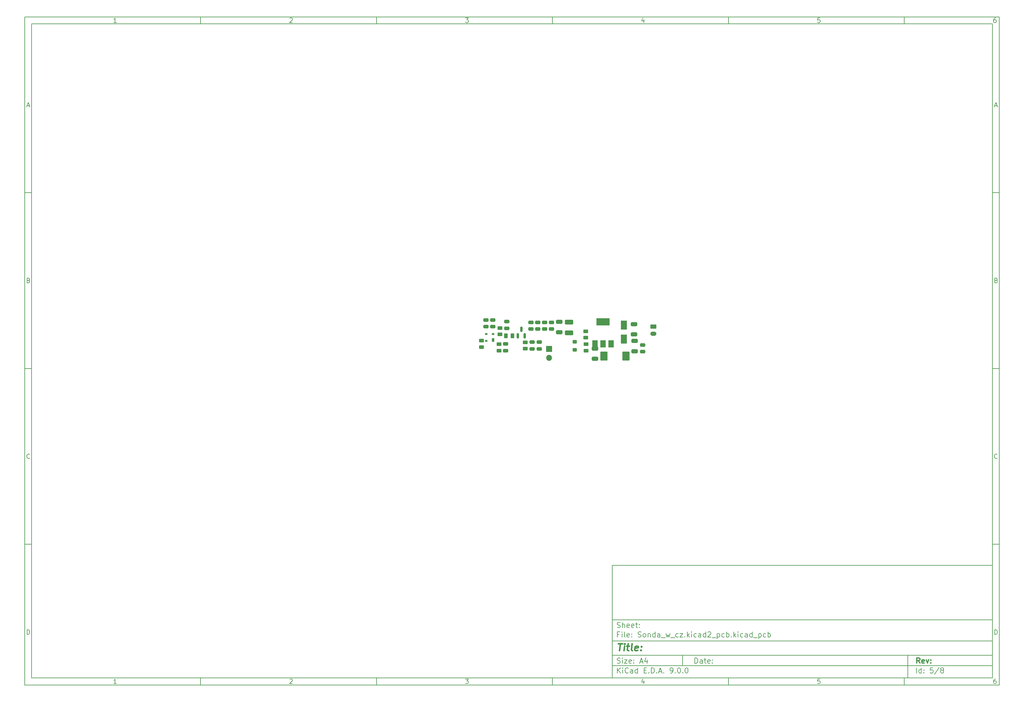
<source format=gts>
%TF.GenerationSoftware,KiCad,Pcbnew,9.0.0*%
%TF.CreationDate,2025-03-20T15:23:59+01:00*%
%TF.ProjectId,Sonda_w_cz.kicad2_pcb,536f6e64-615f-4775-9f63-7a2e6b696361,rev?*%
%TF.SameCoordinates,Original*%
%TF.FileFunction,Soldermask,Top*%
%TF.FilePolarity,Negative*%
%FSLAX46Y46*%
G04 Gerber Fmt 4.6, Leading zero omitted, Abs format (unit mm)*
G04 Created by KiCad (PCBNEW 9.0.0) date 2025-03-20 15:23:59*
%MOMM*%
%LPD*%
G01*
G04 APERTURE LIST*
G04 Aperture macros list*
%AMRoundRect*
0 Rectangle with rounded corners*
0 $1 Rounding radius*
0 $2 $3 $4 $5 $6 $7 $8 $9 X,Y pos of 4 corners*
0 Add a 4 corners polygon primitive as box body*
4,1,4,$2,$3,$4,$5,$6,$7,$8,$9,$2,$3,0*
0 Add four circle primitives for the rounded corners*
1,1,$1+$1,$2,$3*
1,1,$1+$1,$4,$5*
1,1,$1+$1,$6,$7*
1,1,$1+$1,$8,$9*
0 Add four rect primitives between the rounded corners*
20,1,$1+$1,$2,$3,$4,$5,0*
20,1,$1+$1,$4,$5,$6,$7,0*
20,1,$1+$1,$6,$7,$8,$9,0*
20,1,$1+$1,$8,$9,$2,$3,0*%
G04 Aperture macros list end*
%ADD10C,0.100000*%
%ADD11C,0.150000*%
%ADD12C,0.300000*%
%ADD13C,0.400000*%
%ADD14RoundRect,0.250000X0.350000X-0.275000X0.350000X0.275000X-0.350000X0.275000X-0.350000X-0.275000X0*%
%ADD15RoundRect,0.250000X-0.650000X0.325000X-0.650000X-0.325000X0.650000X-0.325000X0.650000X0.325000X0*%
%ADD16RoundRect,0.250000X0.262500X0.450000X-0.262500X0.450000X-0.262500X-0.450000X0.262500X-0.450000X0*%
%ADD17RoundRect,0.250000X0.475000X-0.250000X0.475000X0.250000X-0.475000X0.250000X-0.475000X-0.250000X0*%
%ADD18R,1.500000X2.000000*%
%ADD19R,3.800000X2.000000*%
%ADD20RoundRect,0.250000X-0.475000X0.250000X-0.475000X-0.250000X0.475000X-0.250000X0.475000X0.250000X0*%
%ADD21RoundRect,0.250000X0.925000X-0.412500X0.925000X0.412500X-0.925000X0.412500X-0.925000X-0.412500X0*%
%ADD22RoundRect,0.250000X0.450000X-0.262500X0.450000X0.262500X-0.450000X0.262500X-0.450000X-0.262500X0*%
%ADD23R,0.700000X1.000000*%
%ADD24R,0.700000X0.600000*%
%ADD25R,1.700000X1.700000*%
%ADD26O,1.700000X1.700000*%
%ADD27RoundRect,0.250000X-0.625000X0.350000X-0.625000X-0.350000X0.625000X-0.350000X0.625000X0.350000X0*%
%ADD28O,1.750000X1.200000*%
%ADD29RoundRect,0.250000X-0.787500X-1.025000X0.787500X-1.025000X0.787500X1.025000X-0.787500X1.025000X0*%
%ADD30RoundRect,0.250000X0.650000X-0.325000X0.650000X0.325000X-0.650000X0.325000X-0.650000X-0.325000X0*%
%ADD31RoundRect,0.150000X0.150000X-0.587500X0.150000X0.587500X-0.150000X0.587500X-0.150000X-0.587500X0*%
%ADD32R,1.800000X2.500000*%
G04 APERTURE END LIST*
D10*
D11*
X177002200Y-166007200D02*
X285002200Y-166007200D01*
X285002200Y-198007200D01*
X177002200Y-198007200D01*
X177002200Y-166007200D01*
D10*
D11*
X10000000Y-10000000D02*
X287002200Y-10000000D01*
X287002200Y-200007200D01*
X10000000Y-200007200D01*
X10000000Y-10000000D01*
D10*
D11*
X12000000Y-12000000D02*
X285002200Y-12000000D01*
X285002200Y-198007200D01*
X12000000Y-198007200D01*
X12000000Y-12000000D01*
D10*
D11*
X60000000Y-12000000D02*
X60000000Y-10000000D01*
D10*
D11*
X110000000Y-12000000D02*
X110000000Y-10000000D01*
D10*
D11*
X160000000Y-12000000D02*
X160000000Y-10000000D01*
D10*
D11*
X210000000Y-12000000D02*
X210000000Y-10000000D01*
D10*
D11*
X260000000Y-12000000D02*
X260000000Y-10000000D01*
D10*
D11*
X36089160Y-11593604D02*
X35346303Y-11593604D01*
X35717731Y-11593604D02*
X35717731Y-10293604D01*
X35717731Y-10293604D02*
X35593922Y-10479319D01*
X35593922Y-10479319D02*
X35470112Y-10603128D01*
X35470112Y-10603128D02*
X35346303Y-10665033D01*
D10*
D11*
X85346303Y-10417414D02*
X85408207Y-10355509D01*
X85408207Y-10355509D02*
X85532017Y-10293604D01*
X85532017Y-10293604D02*
X85841541Y-10293604D01*
X85841541Y-10293604D02*
X85965350Y-10355509D01*
X85965350Y-10355509D02*
X86027255Y-10417414D01*
X86027255Y-10417414D02*
X86089160Y-10541223D01*
X86089160Y-10541223D02*
X86089160Y-10665033D01*
X86089160Y-10665033D02*
X86027255Y-10850747D01*
X86027255Y-10850747D02*
X85284398Y-11593604D01*
X85284398Y-11593604D02*
X86089160Y-11593604D01*
D10*
D11*
X135284398Y-10293604D02*
X136089160Y-10293604D01*
X136089160Y-10293604D02*
X135655826Y-10788842D01*
X135655826Y-10788842D02*
X135841541Y-10788842D01*
X135841541Y-10788842D02*
X135965350Y-10850747D01*
X135965350Y-10850747D02*
X136027255Y-10912652D01*
X136027255Y-10912652D02*
X136089160Y-11036461D01*
X136089160Y-11036461D02*
X136089160Y-11345985D01*
X136089160Y-11345985D02*
X136027255Y-11469795D01*
X136027255Y-11469795D02*
X135965350Y-11531700D01*
X135965350Y-11531700D02*
X135841541Y-11593604D01*
X135841541Y-11593604D02*
X135470112Y-11593604D01*
X135470112Y-11593604D02*
X135346303Y-11531700D01*
X135346303Y-11531700D02*
X135284398Y-11469795D01*
D10*
D11*
X185965350Y-10726938D02*
X185965350Y-11593604D01*
X185655826Y-10231700D02*
X185346303Y-11160271D01*
X185346303Y-11160271D02*
X186151064Y-11160271D01*
D10*
D11*
X236027255Y-10293604D02*
X235408207Y-10293604D01*
X235408207Y-10293604D02*
X235346303Y-10912652D01*
X235346303Y-10912652D02*
X235408207Y-10850747D01*
X235408207Y-10850747D02*
X235532017Y-10788842D01*
X235532017Y-10788842D02*
X235841541Y-10788842D01*
X235841541Y-10788842D02*
X235965350Y-10850747D01*
X235965350Y-10850747D02*
X236027255Y-10912652D01*
X236027255Y-10912652D02*
X236089160Y-11036461D01*
X236089160Y-11036461D02*
X236089160Y-11345985D01*
X236089160Y-11345985D02*
X236027255Y-11469795D01*
X236027255Y-11469795D02*
X235965350Y-11531700D01*
X235965350Y-11531700D02*
X235841541Y-11593604D01*
X235841541Y-11593604D02*
X235532017Y-11593604D01*
X235532017Y-11593604D02*
X235408207Y-11531700D01*
X235408207Y-11531700D02*
X235346303Y-11469795D01*
D10*
D11*
X285965350Y-10293604D02*
X285717731Y-10293604D01*
X285717731Y-10293604D02*
X285593922Y-10355509D01*
X285593922Y-10355509D02*
X285532017Y-10417414D01*
X285532017Y-10417414D02*
X285408207Y-10603128D01*
X285408207Y-10603128D02*
X285346303Y-10850747D01*
X285346303Y-10850747D02*
X285346303Y-11345985D01*
X285346303Y-11345985D02*
X285408207Y-11469795D01*
X285408207Y-11469795D02*
X285470112Y-11531700D01*
X285470112Y-11531700D02*
X285593922Y-11593604D01*
X285593922Y-11593604D02*
X285841541Y-11593604D01*
X285841541Y-11593604D02*
X285965350Y-11531700D01*
X285965350Y-11531700D02*
X286027255Y-11469795D01*
X286027255Y-11469795D02*
X286089160Y-11345985D01*
X286089160Y-11345985D02*
X286089160Y-11036461D01*
X286089160Y-11036461D02*
X286027255Y-10912652D01*
X286027255Y-10912652D02*
X285965350Y-10850747D01*
X285965350Y-10850747D02*
X285841541Y-10788842D01*
X285841541Y-10788842D02*
X285593922Y-10788842D01*
X285593922Y-10788842D02*
X285470112Y-10850747D01*
X285470112Y-10850747D02*
X285408207Y-10912652D01*
X285408207Y-10912652D02*
X285346303Y-11036461D01*
D10*
D11*
X60000000Y-198007200D02*
X60000000Y-200007200D01*
D10*
D11*
X110000000Y-198007200D02*
X110000000Y-200007200D01*
D10*
D11*
X160000000Y-198007200D02*
X160000000Y-200007200D01*
D10*
D11*
X210000000Y-198007200D02*
X210000000Y-200007200D01*
D10*
D11*
X260000000Y-198007200D02*
X260000000Y-200007200D01*
D10*
D11*
X36089160Y-199600804D02*
X35346303Y-199600804D01*
X35717731Y-199600804D02*
X35717731Y-198300804D01*
X35717731Y-198300804D02*
X35593922Y-198486519D01*
X35593922Y-198486519D02*
X35470112Y-198610328D01*
X35470112Y-198610328D02*
X35346303Y-198672233D01*
D10*
D11*
X85346303Y-198424614D02*
X85408207Y-198362709D01*
X85408207Y-198362709D02*
X85532017Y-198300804D01*
X85532017Y-198300804D02*
X85841541Y-198300804D01*
X85841541Y-198300804D02*
X85965350Y-198362709D01*
X85965350Y-198362709D02*
X86027255Y-198424614D01*
X86027255Y-198424614D02*
X86089160Y-198548423D01*
X86089160Y-198548423D02*
X86089160Y-198672233D01*
X86089160Y-198672233D02*
X86027255Y-198857947D01*
X86027255Y-198857947D02*
X85284398Y-199600804D01*
X85284398Y-199600804D02*
X86089160Y-199600804D01*
D10*
D11*
X135284398Y-198300804D02*
X136089160Y-198300804D01*
X136089160Y-198300804D02*
X135655826Y-198796042D01*
X135655826Y-198796042D02*
X135841541Y-198796042D01*
X135841541Y-198796042D02*
X135965350Y-198857947D01*
X135965350Y-198857947D02*
X136027255Y-198919852D01*
X136027255Y-198919852D02*
X136089160Y-199043661D01*
X136089160Y-199043661D02*
X136089160Y-199353185D01*
X136089160Y-199353185D02*
X136027255Y-199476995D01*
X136027255Y-199476995D02*
X135965350Y-199538900D01*
X135965350Y-199538900D02*
X135841541Y-199600804D01*
X135841541Y-199600804D02*
X135470112Y-199600804D01*
X135470112Y-199600804D02*
X135346303Y-199538900D01*
X135346303Y-199538900D02*
X135284398Y-199476995D01*
D10*
D11*
X185965350Y-198734138D02*
X185965350Y-199600804D01*
X185655826Y-198238900D02*
X185346303Y-199167471D01*
X185346303Y-199167471D02*
X186151064Y-199167471D01*
D10*
D11*
X236027255Y-198300804D02*
X235408207Y-198300804D01*
X235408207Y-198300804D02*
X235346303Y-198919852D01*
X235346303Y-198919852D02*
X235408207Y-198857947D01*
X235408207Y-198857947D02*
X235532017Y-198796042D01*
X235532017Y-198796042D02*
X235841541Y-198796042D01*
X235841541Y-198796042D02*
X235965350Y-198857947D01*
X235965350Y-198857947D02*
X236027255Y-198919852D01*
X236027255Y-198919852D02*
X236089160Y-199043661D01*
X236089160Y-199043661D02*
X236089160Y-199353185D01*
X236089160Y-199353185D02*
X236027255Y-199476995D01*
X236027255Y-199476995D02*
X235965350Y-199538900D01*
X235965350Y-199538900D02*
X235841541Y-199600804D01*
X235841541Y-199600804D02*
X235532017Y-199600804D01*
X235532017Y-199600804D02*
X235408207Y-199538900D01*
X235408207Y-199538900D02*
X235346303Y-199476995D01*
D10*
D11*
X285965350Y-198300804D02*
X285717731Y-198300804D01*
X285717731Y-198300804D02*
X285593922Y-198362709D01*
X285593922Y-198362709D02*
X285532017Y-198424614D01*
X285532017Y-198424614D02*
X285408207Y-198610328D01*
X285408207Y-198610328D02*
X285346303Y-198857947D01*
X285346303Y-198857947D02*
X285346303Y-199353185D01*
X285346303Y-199353185D02*
X285408207Y-199476995D01*
X285408207Y-199476995D02*
X285470112Y-199538900D01*
X285470112Y-199538900D02*
X285593922Y-199600804D01*
X285593922Y-199600804D02*
X285841541Y-199600804D01*
X285841541Y-199600804D02*
X285965350Y-199538900D01*
X285965350Y-199538900D02*
X286027255Y-199476995D01*
X286027255Y-199476995D02*
X286089160Y-199353185D01*
X286089160Y-199353185D02*
X286089160Y-199043661D01*
X286089160Y-199043661D02*
X286027255Y-198919852D01*
X286027255Y-198919852D02*
X285965350Y-198857947D01*
X285965350Y-198857947D02*
X285841541Y-198796042D01*
X285841541Y-198796042D02*
X285593922Y-198796042D01*
X285593922Y-198796042D02*
X285470112Y-198857947D01*
X285470112Y-198857947D02*
X285408207Y-198919852D01*
X285408207Y-198919852D02*
X285346303Y-199043661D01*
D10*
D11*
X10000000Y-60000000D02*
X12000000Y-60000000D01*
D10*
D11*
X10000000Y-110000000D02*
X12000000Y-110000000D01*
D10*
D11*
X10000000Y-160000000D02*
X12000000Y-160000000D01*
D10*
D11*
X10690476Y-35222176D02*
X11309523Y-35222176D01*
X10566666Y-35593604D02*
X10999999Y-34293604D01*
X10999999Y-34293604D02*
X11433333Y-35593604D01*
D10*
D11*
X11092857Y-84912652D02*
X11278571Y-84974557D01*
X11278571Y-84974557D02*
X11340476Y-85036461D01*
X11340476Y-85036461D02*
X11402380Y-85160271D01*
X11402380Y-85160271D02*
X11402380Y-85345985D01*
X11402380Y-85345985D02*
X11340476Y-85469795D01*
X11340476Y-85469795D02*
X11278571Y-85531700D01*
X11278571Y-85531700D02*
X11154761Y-85593604D01*
X11154761Y-85593604D02*
X10659523Y-85593604D01*
X10659523Y-85593604D02*
X10659523Y-84293604D01*
X10659523Y-84293604D02*
X11092857Y-84293604D01*
X11092857Y-84293604D02*
X11216666Y-84355509D01*
X11216666Y-84355509D02*
X11278571Y-84417414D01*
X11278571Y-84417414D02*
X11340476Y-84541223D01*
X11340476Y-84541223D02*
X11340476Y-84665033D01*
X11340476Y-84665033D02*
X11278571Y-84788842D01*
X11278571Y-84788842D02*
X11216666Y-84850747D01*
X11216666Y-84850747D02*
X11092857Y-84912652D01*
X11092857Y-84912652D02*
X10659523Y-84912652D01*
D10*
D11*
X11402380Y-135469795D02*
X11340476Y-135531700D01*
X11340476Y-135531700D02*
X11154761Y-135593604D01*
X11154761Y-135593604D02*
X11030952Y-135593604D01*
X11030952Y-135593604D02*
X10845238Y-135531700D01*
X10845238Y-135531700D02*
X10721428Y-135407890D01*
X10721428Y-135407890D02*
X10659523Y-135284080D01*
X10659523Y-135284080D02*
X10597619Y-135036461D01*
X10597619Y-135036461D02*
X10597619Y-134850747D01*
X10597619Y-134850747D02*
X10659523Y-134603128D01*
X10659523Y-134603128D02*
X10721428Y-134479319D01*
X10721428Y-134479319D02*
X10845238Y-134355509D01*
X10845238Y-134355509D02*
X11030952Y-134293604D01*
X11030952Y-134293604D02*
X11154761Y-134293604D01*
X11154761Y-134293604D02*
X11340476Y-134355509D01*
X11340476Y-134355509D02*
X11402380Y-134417414D01*
D10*
D11*
X10659523Y-185593604D02*
X10659523Y-184293604D01*
X10659523Y-184293604D02*
X10969047Y-184293604D01*
X10969047Y-184293604D02*
X11154761Y-184355509D01*
X11154761Y-184355509D02*
X11278571Y-184479319D01*
X11278571Y-184479319D02*
X11340476Y-184603128D01*
X11340476Y-184603128D02*
X11402380Y-184850747D01*
X11402380Y-184850747D02*
X11402380Y-185036461D01*
X11402380Y-185036461D02*
X11340476Y-185284080D01*
X11340476Y-185284080D02*
X11278571Y-185407890D01*
X11278571Y-185407890D02*
X11154761Y-185531700D01*
X11154761Y-185531700D02*
X10969047Y-185593604D01*
X10969047Y-185593604D02*
X10659523Y-185593604D01*
D10*
D11*
X287002200Y-60000000D02*
X285002200Y-60000000D01*
D10*
D11*
X287002200Y-110000000D02*
X285002200Y-110000000D01*
D10*
D11*
X287002200Y-160000000D02*
X285002200Y-160000000D01*
D10*
D11*
X285692676Y-35222176D02*
X286311723Y-35222176D01*
X285568866Y-35593604D02*
X286002199Y-34293604D01*
X286002199Y-34293604D02*
X286435533Y-35593604D01*
D10*
D11*
X286095057Y-84912652D02*
X286280771Y-84974557D01*
X286280771Y-84974557D02*
X286342676Y-85036461D01*
X286342676Y-85036461D02*
X286404580Y-85160271D01*
X286404580Y-85160271D02*
X286404580Y-85345985D01*
X286404580Y-85345985D02*
X286342676Y-85469795D01*
X286342676Y-85469795D02*
X286280771Y-85531700D01*
X286280771Y-85531700D02*
X286156961Y-85593604D01*
X286156961Y-85593604D02*
X285661723Y-85593604D01*
X285661723Y-85593604D02*
X285661723Y-84293604D01*
X285661723Y-84293604D02*
X286095057Y-84293604D01*
X286095057Y-84293604D02*
X286218866Y-84355509D01*
X286218866Y-84355509D02*
X286280771Y-84417414D01*
X286280771Y-84417414D02*
X286342676Y-84541223D01*
X286342676Y-84541223D02*
X286342676Y-84665033D01*
X286342676Y-84665033D02*
X286280771Y-84788842D01*
X286280771Y-84788842D02*
X286218866Y-84850747D01*
X286218866Y-84850747D02*
X286095057Y-84912652D01*
X286095057Y-84912652D02*
X285661723Y-84912652D01*
D10*
D11*
X286404580Y-135469795D02*
X286342676Y-135531700D01*
X286342676Y-135531700D02*
X286156961Y-135593604D01*
X286156961Y-135593604D02*
X286033152Y-135593604D01*
X286033152Y-135593604D02*
X285847438Y-135531700D01*
X285847438Y-135531700D02*
X285723628Y-135407890D01*
X285723628Y-135407890D02*
X285661723Y-135284080D01*
X285661723Y-135284080D02*
X285599819Y-135036461D01*
X285599819Y-135036461D02*
X285599819Y-134850747D01*
X285599819Y-134850747D02*
X285661723Y-134603128D01*
X285661723Y-134603128D02*
X285723628Y-134479319D01*
X285723628Y-134479319D02*
X285847438Y-134355509D01*
X285847438Y-134355509D02*
X286033152Y-134293604D01*
X286033152Y-134293604D02*
X286156961Y-134293604D01*
X286156961Y-134293604D02*
X286342676Y-134355509D01*
X286342676Y-134355509D02*
X286404580Y-134417414D01*
D10*
D11*
X285661723Y-185593604D02*
X285661723Y-184293604D01*
X285661723Y-184293604D02*
X285971247Y-184293604D01*
X285971247Y-184293604D02*
X286156961Y-184355509D01*
X286156961Y-184355509D02*
X286280771Y-184479319D01*
X286280771Y-184479319D02*
X286342676Y-184603128D01*
X286342676Y-184603128D02*
X286404580Y-184850747D01*
X286404580Y-184850747D02*
X286404580Y-185036461D01*
X286404580Y-185036461D02*
X286342676Y-185284080D01*
X286342676Y-185284080D02*
X286280771Y-185407890D01*
X286280771Y-185407890D02*
X286156961Y-185531700D01*
X286156961Y-185531700D02*
X285971247Y-185593604D01*
X285971247Y-185593604D02*
X285661723Y-185593604D01*
D10*
D11*
X200458026Y-193793328D02*
X200458026Y-192293328D01*
X200458026Y-192293328D02*
X200815169Y-192293328D01*
X200815169Y-192293328D02*
X201029455Y-192364757D01*
X201029455Y-192364757D02*
X201172312Y-192507614D01*
X201172312Y-192507614D02*
X201243741Y-192650471D01*
X201243741Y-192650471D02*
X201315169Y-192936185D01*
X201315169Y-192936185D02*
X201315169Y-193150471D01*
X201315169Y-193150471D02*
X201243741Y-193436185D01*
X201243741Y-193436185D02*
X201172312Y-193579042D01*
X201172312Y-193579042D02*
X201029455Y-193721900D01*
X201029455Y-193721900D02*
X200815169Y-193793328D01*
X200815169Y-193793328D02*
X200458026Y-193793328D01*
X202600884Y-193793328D02*
X202600884Y-193007614D01*
X202600884Y-193007614D02*
X202529455Y-192864757D01*
X202529455Y-192864757D02*
X202386598Y-192793328D01*
X202386598Y-192793328D02*
X202100884Y-192793328D01*
X202100884Y-192793328D02*
X201958026Y-192864757D01*
X202600884Y-193721900D02*
X202458026Y-193793328D01*
X202458026Y-193793328D02*
X202100884Y-193793328D01*
X202100884Y-193793328D02*
X201958026Y-193721900D01*
X201958026Y-193721900D02*
X201886598Y-193579042D01*
X201886598Y-193579042D02*
X201886598Y-193436185D01*
X201886598Y-193436185D02*
X201958026Y-193293328D01*
X201958026Y-193293328D02*
X202100884Y-193221900D01*
X202100884Y-193221900D02*
X202458026Y-193221900D01*
X202458026Y-193221900D02*
X202600884Y-193150471D01*
X203100884Y-192793328D02*
X203672312Y-192793328D01*
X203315169Y-192293328D02*
X203315169Y-193579042D01*
X203315169Y-193579042D02*
X203386598Y-193721900D01*
X203386598Y-193721900D02*
X203529455Y-193793328D01*
X203529455Y-193793328D02*
X203672312Y-193793328D01*
X204743741Y-193721900D02*
X204600884Y-193793328D01*
X204600884Y-193793328D02*
X204315170Y-193793328D01*
X204315170Y-193793328D02*
X204172312Y-193721900D01*
X204172312Y-193721900D02*
X204100884Y-193579042D01*
X204100884Y-193579042D02*
X204100884Y-193007614D01*
X204100884Y-193007614D02*
X204172312Y-192864757D01*
X204172312Y-192864757D02*
X204315170Y-192793328D01*
X204315170Y-192793328D02*
X204600884Y-192793328D01*
X204600884Y-192793328D02*
X204743741Y-192864757D01*
X204743741Y-192864757D02*
X204815170Y-193007614D01*
X204815170Y-193007614D02*
X204815170Y-193150471D01*
X204815170Y-193150471D02*
X204100884Y-193293328D01*
X205458026Y-193650471D02*
X205529455Y-193721900D01*
X205529455Y-193721900D02*
X205458026Y-193793328D01*
X205458026Y-193793328D02*
X205386598Y-193721900D01*
X205386598Y-193721900D02*
X205458026Y-193650471D01*
X205458026Y-193650471D02*
X205458026Y-193793328D01*
X205458026Y-192864757D02*
X205529455Y-192936185D01*
X205529455Y-192936185D02*
X205458026Y-193007614D01*
X205458026Y-193007614D02*
X205386598Y-192936185D01*
X205386598Y-192936185D02*
X205458026Y-192864757D01*
X205458026Y-192864757D02*
X205458026Y-193007614D01*
D10*
D11*
X177002200Y-194507200D02*
X285002200Y-194507200D01*
D10*
D11*
X178458026Y-196593328D02*
X178458026Y-195093328D01*
X179315169Y-196593328D02*
X178672312Y-195736185D01*
X179315169Y-195093328D02*
X178458026Y-195950471D01*
X179958026Y-196593328D02*
X179958026Y-195593328D01*
X179958026Y-195093328D02*
X179886598Y-195164757D01*
X179886598Y-195164757D02*
X179958026Y-195236185D01*
X179958026Y-195236185D02*
X180029455Y-195164757D01*
X180029455Y-195164757D02*
X179958026Y-195093328D01*
X179958026Y-195093328D02*
X179958026Y-195236185D01*
X181529455Y-196450471D02*
X181458027Y-196521900D01*
X181458027Y-196521900D02*
X181243741Y-196593328D01*
X181243741Y-196593328D02*
X181100884Y-196593328D01*
X181100884Y-196593328D02*
X180886598Y-196521900D01*
X180886598Y-196521900D02*
X180743741Y-196379042D01*
X180743741Y-196379042D02*
X180672312Y-196236185D01*
X180672312Y-196236185D02*
X180600884Y-195950471D01*
X180600884Y-195950471D02*
X180600884Y-195736185D01*
X180600884Y-195736185D02*
X180672312Y-195450471D01*
X180672312Y-195450471D02*
X180743741Y-195307614D01*
X180743741Y-195307614D02*
X180886598Y-195164757D01*
X180886598Y-195164757D02*
X181100884Y-195093328D01*
X181100884Y-195093328D02*
X181243741Y-195093328D01*
X181243741Y-195093328D02*
X181458027Y-195164757D01*
X181458027Y-195164757D02*
X181529455Y-195236185D01*
X182815170Y-196593328D02*
X182815170Y-195807614D01*
X182815170Y-195807614D02*
X182743741Y-195664757D01*
X182743741Y-195664757D02*
X182600884Y-195593328D01*
X182600884Y-195593328D02*
X182315170Y-195593328D01*
X182315170Y-195593328D02*
X182172312Y-195664757D01*
X182815170Y-196521900D02*
X182672312Y-196593328D01*
X182672312Y-196593328D02*
X182315170Y-196593328D01*
X182315170Y-196593328D02*
X182172312Y-196521900D01*
X182172312Y-196521900D02*
X182100884Y-196379042D01*
X182100884Y-196379042D02*
X182100884Y-196236185D01*
X182100884Y-196236185D02*
X182172312Y-196093328D01*
X182172312Y-196093328D02*
X182315170Y-196021900D01*
X182315170Y-196021900D02*
X182672312Y-196021900D01*
X182672312Y-196021900D02*
X182815170Y-195950471D01*
X184172313Y-196593328D02*
X184172313Y-195093328D01*
X184172313Y-196521900D02*
X184029455Y-196593328D01*
X184029455Y-196593328D02*
X183743741Y-196593328D01*
X183743741Y-196593328D02*
X183600884Y-196521900D01*
X183600884Y-196521900D02*
X183529455Y-196450471D01*
X183529455Y-196450471D02*
X183458027Y-196307614D01*
X183458027Y-196307614D02*
X183458027Y-195879042D01*
X183458027Y-195879042D02*
X183529455Y-195736185D01*
X183529455Y-195736185D02*
X183600884Y-195664757D01*
X183600884Y-195664757D02*
X183743741Y-195593328D01*
X183743741Y-195593328D02*
X184029455Y-195593328D01*
X184029455Y-195593328D02*
X184172313Y-195664757D01*
X186029455Y-195807614D02*
X186529455Y-195807614D01*
X186743741Y-196593328D02*
X186029455Y-196593328D01*
X186029455Y-196593328D02*
X186029455Y-195093328D01*
X186029455Y-195093328D02*
X186743741Y-195093328D01*
X187386598Y-196450471D02*
X187458027Y-196521900D01*
X187458027Y-196521900D02*
X187386598Y-196593328D01*
X187386598Y-196593328D02*
X187315170Y-196521900D01*
X187315170Y-196521900D02*
X187386598Y-196450471D01*
X187386598Y-196450471D02*
X187386598Y-196593328D01*
X188100884Y-196593328D02*
X188100884Y-195093328D01*
X188100884Y-195093328D02*
X188458027Y-195093328D01*
X188458027Y-195093328D02*
X188672313Y-195164757D01*
X188672313Y-195164757D02*
X188815170Y-195307614D01*
X188815170Y-195307614D02*
X188886599Y-195450471D01*
X188886599Y-195450471D02*
X188958027Y-195736185D01*
X188958027Y-195736185D02*
X188958027Y-195950471D01*
X188958027Y-195950471D02*
X188886599Y-196236185D01*
X188886599Y-196236185D02*
X188815170Y-196379042D01*
X188815170Y-196379042D02*
X188672313Y-196521900D01*
X188672313Y-196521900D02*
X188458027Y-196593328D01*
X188458027Y-196593328D02*
X188100884Y-196593328D01*
X189600884Y-196450471D02*
X189672313Y-196521900D01*
X189672313Y-196521900D02*
X189600884Y-196593328D01*
X189600884Y-196593328D02*
X189529456Y-196521900D01*
X189529456Y-196521900D02*
X189600884Y-196450471D01*
X189600884Y-196450471D02*
X189600884Y-196593328D01*
X190243742Y-196164757D02*
X190958028Y-196164757D01*
X190100885Y-196593328D02*
X190600885Y-195093328D01*
X190600885Y-195093328D02*
X191100885Y-196593328D01*
X191600884Y-196450471D02*
X191672313Y-196521900D01*
X191672313Y-196521900D02*
X191600884Y-196593328D01*
X191600884Y-196593328D02*
X191529456Y-196521900D01*
X191529456Y-196521900D02*
X191600884Y-196450471D01*
X191600884Y-196450471D02*
X191600884Y-196593328D01*
X193529456Y-196593328D02*
X193815170Y-196593328D01*
X193815170Y-196593328D02*
X193958027Y-196521900D01*
X193958027Y-196521900D02*
X194029456Y-196450471D01*
X194029456Y-196450471D02*
X194172313Y-196236185D01*
X194172313Y-196236185D02*
X194243742Y-195950471D01*
X194243742Y-195950471D02*
X194243742Y-195379042D01*
X194243742Y-195379042D02*
X194172313Y-195236185D01*
X194172313Y-195236185D02*
X194100885Y-195164757D01*
X194100885Y-195164757D02*
X193958027Y-195093328D01*
X193958027Y-195093328D02*
X193672313Y-195093328D01*
X193672313Y-195093328D02*
X193529456Y-195164757D01*
X193529456Y-195164757D02*
X193458027Y-195236185D01*
X193458027Y-195236185D02*
X193386599Y-195379042D01*
X193386599Y-195379042D02*
X193386599Y-195736185D01*
X193386599Y-195736185D02*
X193458027Y-195879042D01*
X193458027Y-195879042D02*
X193529456Y-195950471D01*
X193529456Y-195950471D02*
X193672313Y-196021900D01*
X193672313Y-196021900D02*
X193958027Y-196021900D01*
X193958027Y-196021900D02*
X194100885Y-195950471D01*
X194100885Y-195950471D02*
X194172313Y-195879042D01*
X194172313Y-195879042D02*
X194243742Y-195736185D01*
X194886598Y-196450471D02*
X194958027Y-196521900D01*
X194958027Y-196521900D02*
X194886598Y-196593328D01*
X194886598Y-196593328D02*
X194815170Y-196521900D01*
X194815170Y-196521900D02*
X194886598Y-196450471D01*
X194886598Y-196450471D02*
X194886598Y-196593328D01*
X195886599Y-195093328D02*
X196029456Y-195093328D01*
X196029456Y-195093328D02*
X196172313Y-195164757D01*
X196172313Y-195164757D02*
X196243742Y-195236185D01*
X196243742Y-195236185D02*
X196315170Y-195379042D01*
X196315170Y-195379042D02*
X196386599Y-195664757D01*
X196386599Y-195664757D02*
X196386599Y-196021900D01*
X196386599Y-196021900D02*
X196315170Y-196307614D01*
X196315170Y-196307614D02*
X196243742Y-196450471D01*
X196243742Y-196450471D02*
X196172313Y-196521900D01*
X196172313Y-196521900D02*
X196029456Y-196593328D01*
X196029456Y-196593328D02*
X195886599Y-196593328D01*
X195886599Y-196593328D02*
X195743742Y-196521900D01*
X195743742Y-196521900D02*
X195672313Y-196450471D01*
X195672313Y-196450471D02*
X195600884Y-196307614D01*
X195600884Y-196307614D02*
X195529456Y-196021900D01*
X195529456Y-196021900D02*
X195529456Y-195664757D01*
X195529456Y-195664757D02*
X195600884Y-195379042D01*
X195600884Y-195379042D02*
X195672313Y-195236185D01*
X195672313Y-195236185D02*
X195743742Y-195164757D01*
X195743742Y-195164757D02*
X195886599Y-195093328D01*
X197029455Y-196450471D02*
X197100884Y-196521900D01*
X197100884Y-196521900D02*
X197029455Y-196593328D01*
X197029455Y-196593328D02*
X196958027Y-196521900D01*
X196958027Y-196521900D02*
X197029455Y-196450471D01*
X197029455Y-196450471D02*
X197029455Y-196593328D01*
X198029456Y-195093328D02*
X198172313Y-195093328D01*
X198172313Y-195093328D02*
X198315170Y-195164757D01*
X198315170Y-195164757D02*
X198386599Y-195236185D01*
X198386599Y-195236185D02*
X198458027Y-195379042D01*
X198458027Y-195379042D02*
X198529456Y-195664757D01*
X198529456Y-195664757D02*
X198529456Y-196021900D01*
X198529456Y-196021900D02*
X198458027Y-196307614D01*
X198458027Y-196307614D02*
X198386599Y-196450471D01*
X198386599Y-196450471D02*
X198315170Y-196521900D01*
X198315170Y-196521900D02*
X198172313Y-196593328D01*
X198172313Y-196593328D02*
X198029456Y-196593328D01*
X198029456Y-196593328D02*
X197886599Y-196521900D01*
X197886599Y-196521900D02*
X197815170Y-196450471D01*
X197815170Y-196450471D02*
X197743741Y-196307614D01*
X197743741Y-196307614D02*
X197672313Y-196021900D01*
X197672313Y-196021900D02*
X197672313Y-195664757D01*
X197672313Y-195664757D02*
X197743741Y-195379042D01*
X197743741Y-195379042D02*
X197815170Y-195236185D01*
X197815170Y-195236185D02*
X197886599Y-195164757D01*
X197886599Y-195164757D02*
X198029456Y-195093328D01*
D10*
D11*
X177002200Y-191507200D02*
X285002200Y-191507200D01*
D10*
D12*
X264413853Y-193785528D02*
X263913853Y-193071242D01*
X263556710Y-193785528D02*
X263556710Y-192285528D01*
X263556710Y-192285528D02*
X264128139Y-192285528D01*
X264128139Y-192285528D02*
X264270996Y-192356957D01*
X264270996Y-192356957D02*
X264342425Y-192428385D01*
X264342425Y-192428385D02*
X264413853Y-192571242D01*
X264413853Y-192571242D02*
X264413853Y-192785528D01*
X264413853Y-192785528D02*
X264342425Y-192928385D01*
X264342425Y-192928385D02*
X264270996Y-192999814D01*
X264270996Y-192999814D02*
X264128139Y-193071242D01*
X264128139Y-193071242D02*
X263556710Y-193071242D01*
X265628139Y-193714100D02*
X265485282Y-193785528D01*
X265485282Y-193785528D02*
X265199568Y-193785528D01*
X265199568Y-193785528D02*
X265056710Y-193714100D01*
X265056710Y-193714100D02*
X264985282Y-193571242D01*
X264985282Y-193571242D02*
X264985282Y-192999814D01*
X264985282Y-192999814D02*
X265056710Y-192856957D01*
X265056710Y-192856957D02*
X265199568Y-192785528D01*
X265199568Y-192785528D02*
X265485282Y-192785528D01*
X265485282Y-192785528D02*
X265628139Y-192856957D01*
X265628139Y-192856957D02*
X265699568Y-192999814D01*
X265699568Y-192999814D02*
X265699568Y-193142671D01*
X265699568Y-193142671D02*
X264985282Y-193285528D01*
X266199567Y-192785528D02*
X266556710Y-193785528D01*
X266556710Y-193785528D02*
X266913853Y-192785528D01*
X267485281Y-193642671D02*
X267556710Y-193714100D01*
X267556710Y-193714100D02*
X267485281Y-193785528D01*
X267485281Y-193785528D02*
X267413853Y-193714100D01*
X267413853Y-193714100D02*
X267485281Y-193642671D01*
X267485281Y-193642671D02*
X267485281Y-193785528D01*
X267485281Y-192856957D02*
X267556710Y-192928385D01*
X267556710Y-192928385D02*
X267485281Y-192999814D01*
X267485281Y-192999814D02*
X267413853Y-192928385D01*
X267413853Y-192928385D02*
X267485281Y-192856957D01*
X267485281Y-192856957D02*
X267485281Y-192999814D01*
D10*
D11*
X178386598Y-193721900D02*
X178600884Y-193793328D01*
X178600884Y-193793328D02*
X178958026Y-193793328D01*
X178958026Y-193793328D02*
X179100884Y-193721900D01*
X179100884Y-193721900D02*
X179172312Y-193650471D01*
X179172312Y-193650471D02*
X179243741Y-193507614D01*
X179243741Y-193507614D02*
X179243741Y-193364757D01*
X179243741Y-193364757D02*
X179172312Y-193221900D01*
X179172312Y-193221900D02*
X179100884Y-193150471D01*
X179100884Y-193150471D02*
X178958026Y-193079042D01*
X178958026Y-193079042D02*
X178672312Y-193007614D01*
X178672312Y-193007614D02*
X178529455Y-192936185D01*
X178529455Y-192936185D02*
X178458026Y-192864757D01*
X178458026Y-192864757D02*
X178386598Y-192721900D01*
X178386598Y-192721900D02*
X178386598Y-192579042D01*
X178386598Y-192579042D02*
X178458026Y-192436185D01*
X178458026Y-192436185D02*
X178529455Y-192364757D01*
X178529455Y-192364757D02*
X178672312Y-192293328D01*
X178672312Y-192293328D02*
X179029455Y-192293328D01*
X179029455Y-192293328D02*
X179243741Y-192364757D01*
X179886597Y-193793328D02*
X179886597Y-192793328D01*
X179886597Y-192293328D02*
X179815169Y-192364757D01*
X179815169Y-192364757D02*
X179886597Y-192436185D01*
X179886597Y-192436185D02*
X179958026Y-192364757D01*
X179958026Y-192364757D02*
X179886597Y-192293328D01*
X179886597Y-192293328D02*
X179886597Y-192436185D01*
X180458026Y-192793328D02*
X181243741Y-192793328D01*
X181243741Y-192793328D02*
X180458026Y-193793328D01*
X180458026Y-193793328D02*
X181243741Y-193793328D01*
X182386598Y-193721900D02*
X182243741Y-193793328D01*
X182243741Y-193793328D02*
X181958027Y-193793328D01*
X181958027Y-193793328D02*
X181815169Y-193721900D01*
X181815169Y-193721900D02*
X181743741Y-193579042D01*
X181743741Y-193579042D02*
X181743741Y-193007614D01*
X181743741Y-193007614D02*
X181815169Y-192864757D01*
X181815169Y-192864757D02*
X181958027Y-192793328D01*
X181958027Y-192793328D02*
X182243741Y-192793328D01*
X182243741Y-192793328D02*
X182386598Y-192864757D01*
X182386598Y-192864757D02*
X182458027Y-193007614D01*
X182458027Y-193007614D02*
X182458027Y-193150471D01*
X182458027Y-193150471D02*
X181743741Y-193293328D01*
X183100883Y-193650471D02*
X183172312Y-193721900D01*
X183172312Y-193721900D02*
X183100883Y-193793328D01*
X183100883Y-193793328D02*
X183029455Y-193721900D01*
X183029455Y-193721900D02*
X183100883Y-193650471D01*
X183100883Y-193650471D02*
X183100883Y-193793328D01*
X183100883Y-192864757D02*
X183172312Y-192936185D01*
X183172312Y-192936185D02*
X183100883Y-193007614D01*
X183100883Y-193007614D02*
X183029455Y-192936185D01*
X183029455Y-192936185D02*
X183100883Y-192864757D01*
X183100883Y-192864757D02*
X183100883Y-193007614D01*
X184886598Y-193364757D02*
X185600884Y-193364757D01*
X184743741Y-193793328D02*
X185243741Y-192293328D01*
X185243741Y-192293328D02*
X185743741Y-193793328D01*
X186886598Y-192793328D02*
X186886598Y-193793328D01*
X186529455Y-192221900D02*
X186172312Y-193293328D01*
X186172312Y-193293328D02*
X187100883Y-193293328D01*
D10*
D11*
X263458026Y-196593328D02*
X263458026Y-195093328D01*
X264815170Y-196593328D02*
X264815170Y-195093328D01*
X264815170Y-196521900D02*
X264672312Y-196593328D01*
X264672312Y-196593328D02*
X264386598Y-196593328D01*
X264386598Y-196593328D02*
X264243741Y-196521900D01*
X264243741Y-196521900D02*
X264172312Y-196450471D01*
X264172312Y-196450471D02*
X264100884Y-196307614D01*
X264100884Y-196307614D02*
X264100884Y-195879042D01*
X264100884Y-195879042D02*
X264172312Y-195736185D01*
X264172312Y-195736185D02*
X264243741Y-195664757D01*
X264243741Y-195664757D02*
X264386598Y-195593328D01*
X264386598Y-195593328D02*
X264672312Y-195593328D01*
X264672312Y-195593328D02*
X264815170Y-195664757D01*
X265529455Y-196450471D02*
X265600884Y-196521900D01*
X265600884Y-196521900D02*
X265529455Y-196593328D01*
X265529455Y-196593328D02*
X265458027Y-196521900D01*
X265458027Y-196521900D02*
X265529455Y-196450471D01*
X265529455Y-196450471D02*
X265529455Y-196593328D01*
X265529455Y-195664757D02*
X265600884Y-195736185D01*
X265600884Y-195736185D02*
X265529455Y-195807614D01*
X265529455Y-195807614D02*
X265458027Y-195736185D01*
X265458027Y-195736185D02*
X265529455Y-195664757D01*
X265529455Y-195664757D02*
X265529455Y-195807614D01*
X268100884Y-195093328D02*
X267386598Y-195093328D01*
X267386598Y-195093328D02*
X267315170Y-195807614D01*
X267315170Y-195807614D02*
X267386598Y-195736185D01*
X267386598Y-195736185D02*
X267529456Y-195664757D01*
X267529456Y-195664757D02*
X267886598Y-195664757D01*
X267886598Y-195664757D02*
X268029456Y-195736185D01*
X268029456Y-195736185D02*
X268100884Y-195807614D01*
X268100884Y-195807614D02*
X268172313Y-195950471D01*
X268172313Y-195950471D02*
X268172313Y-196307614D01*
X268172313Y-196307614D02*
X268100884Y-196450471D01*
X268100884Y-196450471D02*
X268029456Y-196521900D01*
X268029456Y-196521900D02*
X267886598Y-196593328D01*
X267886598Y-196593328D02*
X267529456Y-196593328D01*
X267529456Y-196593328D02*
X267386598Y-196521900D01*
X267386598Y-196521900D02*
X267315170Y-196450471D01*
X269886598Y-195021900D02*
X268600884Y-196950471D01*
X270600884Y-195736185D02*
X270458027Y-195664757D01*
X270458027Y-195664757D02*
X270386598Y-195593328D01*
X270386598Y-195593328D02*
X270315170Y-195450471D01*
X270315170Y-195450471D02*
X270315170Y-195379042D01*
X270315170Y-195379042D02*
X270386598Y-195236185D01*
X270386598Y-195236185D02*
X270458027Y-195164757D01*
X270458027Y-195164757D02*
X270600884Y-195093328D01*
X270600884Y-195093328D02*
X270886598Y-195093328D01*
X270886598Y-195093328D02*
X271029456Y-195164757D01*
X271029456Y-195164757D02*
X271100884Y-195236185D01*
X271100884Y-195236185D02*
X271172313Y-195379042D01*
X271172313Y-195379042D02*
X271172313Y-195450471D01*
X271172313Y-195450471D02*
X271100884Y-195593328D01*
X271100884Y-195593328D02*
X271029456Y-195664757D01*
X271029456Y-195664757D02*
X270886598Y-195736185D01*
X270886598Y-195736185D02*
X270600884Y-195736185D01*
X270600884Y-195736185D02*
X270458027Y-195807614D01*
X270458027Y-195807614D02*
X270386598Y-195879042D01*
X270386598Y-195879042D02*
X270315170Y-196021900D01*
X270315170Y-196021900D02*
X270315170Y-196307614D01*
X270315170Y-196307614D02*
X270386598Y-196450471D01*
X270386598Y-196450471D02*
X270458027Y-196521900D01*
X270458027Y-196521900D02*
X270600884Y-196593328D01*
X270600884Y-196593328D02*
X270886598Y-196593328D01*
X270886598Y-196593328D02*
X271029456Y-196521900D01*
X271029456Y-196521900D02*
X271100884Y-196450471D01*
X271100884Y-196450471D02*
X271172313Y-196307614D01*
X271172313Y-196307614D02*
X271172313Y-196021900D01*
X271172313Y-196021900D02*
X271100884Y-195879042D01*
X271100884Y-195879042D02*
X271029456Y-195807614D01*
X271029456Y-195807614D02*
X270886598Y-195736185D01*
D10*
D11*
X177002200Y-187507200D02*
X285002200Y-187507200D01*
D10*
D13*
X178693928Y-188211638D02*
X179836785Y-188211638D01*
X179015357Y-190211638D02*
X179265357Y-188211638D01*
X180253452Y-190211638D02*
X180420119Y-188878304D01*
X180503452Y-188211638D02*
X180396309Y-188306876D01*
X180396309Y-188306876D02*
X180479643Y-188402114D01*
X180479643Y-188402114D02*
X180586786Y-188306876D01*
X180586786Y-188306876D02*
X180503452Y-188211638D01*
X180503452Y-188211638D02*
X180479643Y-188402114D01*
X181086786Y-188878304D02*
X181848690Y-188878304D01*
X181455833Y-188211638D02*
X181241548Y-189925923D01*
X181241548Y-189925923D02*
X181312976Y-190116400D01*
X181312976Y-190116400D02*
X181491548Y-190211638D01*
X181491548Y-190211638D02*
X181682024Y-190211638D01*
X182634405Y-190211638D02*
X182455833Y-190116400D01*
X182455833Y-190116400D02*
X182384405Y-189925923D01*
X182384405Y-189925923D02*
X182598690Y-188211638D01*
X184170119Y-190116400D02*
X183967738Y-190211638D01*
X183967738Y-190211638D02*
X183586785Y-190211638D01*
X183586785Y-190211638D02*
X183408214Y-190116400D01*
X183408214Y-190116400D02*
X183336785Y-189925923D01*
X183336785Y-189925923D02*
X183432024Y-189164019D01*
X183432024Y-189164019D02*
X183551071Y-188973542D01*
X183551071Y-188973542D02*
X183753452Y-188878304D01*
X183753452Y-188878304D02*
X184134404Y-188878304D01*
X184134404Y-188878304D02*
X184312976Y-188973542D01*
X184312976Y-188973542D02*
X184384404Y-189164019D01*
X184384404Y-189164019D02*
X184360595Y-189354495D01*
X184360595Y-189354495D02*
X183384404Y-189544971D01*
X185134405Y-190021161D02*
X185217738Y-190116400D01*
X185217738Y-190116400D02*
X185110595Y-190211638D01*
X185110595Y-190211638D02*
X185027262Y-190116400D01*
X185027262Y-190116400D02*
X185134405Y-190021161D01*
X185134405Y-190021161D02*
X185110595Y-190211638D01*
X185265357Y-188973542D02*
X185348690Y-189068780D01*
X185348690Y-189068780D02*
X185241548Y-189164019D01*
X185241548Y-189164019D02*
X185158214Y-189068780D01*
X185158214Y-189068780D02*
X185265357Y-188973542D01*
X185265357Y-188973542D02*
X185241548Y-189164019D01*
D10*
D11*
X178958026Y-185607614D02*
X178458026Y-185607614D01*
X178458026Y-186393328D02*
X178458026Y-184893328D01*
X178458026Y-184893328D02*
X179172312Y-184893328D01*
X179743740Y-186393328D02*
X179743740Y-185393328D01*
X179743740Y-184893328D02*
X179672312Y-184964757D01*
X179672312Y-184964757D02*
X179743740Y-185036185D01*
X179743740Y-185036185D02*
X179815169Y-184964757D01*
X179815169Y-184964757D02*
X179743740Y-184893328D01*
X179743740Y-184893328D02*
X179743740Y-185036185D01*
X180672312Y-186393328D02*
X180529455Y-186321900D01*
X180529455Y-186321900D02*
X180458026Y-186179042D01*
X180458026Y-186179042D02*
X180458026Y-184893328D01*
X181815169Y-186321900D02*
X181672312Y-186393328D01*
X181672312Y-186393328D02*
X181386598Y-186393328D01*
X181386598Y-186393328D02*
X181243740Y-186321900D01*
X181243740Y-186321900D02*
X181172312Y-186179042D01*
X181172312Y-186179042D02*
X181172312Y-185607614D01*
X181172312Y-185607614D02*
X181243740Y-185464757D01*
X181243740Y-185464757D02*
X181386598Y-185393328D01*
X181386598Y-185393328D02*
X181672312Y-185393328D01*
X181672312Y-185393328D02*
X181815169Y-185464757D01*
X181815169Y-185464757D02*
X181886598Y-185607614D01*
X181886598Y-185607614D02*
X181886598Y-185750471D01*
X181886598Y-185750471D02*
X181172312Y-185893328D01*
X182529454Y-186250471D02*
X182600883Y-186321900D01*
X182600883Y-186321900D02*
X182529454Y-186393328D01*
X182529454Y-186393328D02*
X182458026Y-186321900D01*
X182458026Y-186321900D02*
X182529454Y-186250471D01*
X182529454Y-186250471D02*
X182529454Y-186393328D01*
X182529454Y-185464757D02*
X182600883Y-185536185D01*
X182600883Y-185536185D02*
X182529454Y-185607614D01*
X182529454Y-185607614D02*
X182458026Y-185536185D01*
X182458026Y-185536185D02*
X182529454Y-185464757D01*
X182529454Y-185464757D02*
X182529454Y-185607614D01*
X184315169Y-186321900D02*
X184529455Y-186393328D01*
X184529455Y-186393328D02*
X184886597Y-186393328D01*
X184886597Y-186393328D02*
X185029455Y-186321900D01*
X185029455Y-186321900D02*
X185100883Y-186250471D01*
X185100883Y-186250471D02*
X185172312Y-186107614D01*
X185172312Y-186107614D02*
X185172312Y-185964757D01*
X185172312Y-185964757D02*
X185100883Y-185821900D01*
X185100883Y-185821900D02*
X185029455Y-185750471D01*
X185029455Y-185750471D02*
X184886597Y-185679042D01*
X184886597Y-185679042D02*
X184600883Y-185607614D01*
X184600883Y-185607614D02*
X184458026Y-185536185D01*
X184458026Y-185536185D02*
X184386597Y-185464757D01*
X184386597Y-185464757D02*
X184315169Y-185321900D01*
X184315169Y-185321900D02*
X184315169Y-185179042D01*
X184315169Y-185179042D02*
X184386597Y-185036185D01*
X184386597Y-185036185D02*
X184458026Y-184964757D01*
X184458026Y-184964757D02*
X184600883Y-184893328D01*
X184600883Y-184893328D02*
X184958026Y-184893328D01*
X184958026Y-184893328D02*
X185172312Y-184964757D01*
X186029454Y-186393328D02*
X185886597Y-186321900D01*
X185886597Y-186321900D02*
X185815168Y-186250471D01*
X185815168Y-186250471D02*
X185743740Y-186107614D01*
X185743740Y-186107614D02*
X185743740Y-185679042D01*
X185743740Y-185679042D02*
X185815168Y-185536185D01*
X185815168Y-185536185D02*
X185886597Y-185464757D01*
X185886597Y-185464757D02*
X186029454Y-185393328D01*
X186029454Y-185393328D02*
X186243740Y-185393328D01*
X186243740Y-185393328D02*
X186386597Y-185464757D01*
X186386597Y-185464757D02*
X186458026Y-185536185D01*
X186458026Y-185536185D02*
X186529454Y-185679042D01*
X186529454Y-185679042D02*
X186529454Y-186107614D01*
X186529454Y-186107614D02*
X186458026Y-186250471D01*
X186458026Y-186250471D02*
X186386597Y-186321900D01*
X186386597Y-186321900D02*
X186243740Y-186393328D01*
X186243740Y-186393328D02*
X186029454Y-186393328D01*
X187172311Y-185393328D02*
X187172311Y-186393328D01*
X187172311Y-185536185D02*
X187243740Y-185464757D01*
X187243740Y-185464757D02*
X187386597Y-185393328D01*
X187386597Y-185393328D02*
X187600883Y-185393328D01*
X187600883Y-185393328D02*
X187743740Y-185464757D01*
X187743740Y-185464757D02*
X187815169Y-185607614D01*
X187815169Y-185607614D02*
X187815169Y-186393328D01*
X189172312Y-186393328D02*
X189172312Y-184893328D01*
X189172312Y-186321900D02*
X189029454Y-186393328D01*
X189029454Y-186393328D02*
X188743740Y-186393328D01*
X188743740Y-186393328D02*
X188600883Y-186321900D01*
X188600883Y-186321900D02*
X188529454Y-186250471D01*
X188529454Y-186250471D02*
X188458026Y-186107614D01*
X188458026Y-186107614D02*
X188458026Y-185679042D01*
X188458026Y-185679042D02*
X188529454Y-185536185D01*
X188529454Y-185536185D02*
X188600883Y-185464757D01*
X188600883Y-185464757D02*
X188743740Y-185393328D01*
X188743740Y-185393328D02*
X189029454Y-185393328D01*
X189029454Y-185393328D02*
X189172312Y-185464757D01*
X190529455Y-186393328D02*
X190529455Y-185607614D01*
X190529455Y-185607614D02*
X190458026Y-185464757D01*
X190458026Y-185464757D02*
X190315169Y-185393328D01*
X190315169Y-185393328D02*
X190029455Y-185393328D01*
X190029455Y-185393328D02*
X189886597Y-185464757D01*
X190529455Y-186321900D02*
X190386597Y-186393328D01*
X190386597Y-186393328D02*
X190029455Y-186393328D01*
X190029455Y-186393328D02*
X189886597Y-186321900D01*
X189886597Y-186321900D02*
X189815169Y-186179042D01*
X189815169Y-186179042D02*
X189815169Y-186036185D01*
X189815169Y-186036185D02*
X189886597Y-185893328D01*
X189886597Y-185893328D02*
X190029455Y-185821900D01*
X190029455Y-185821900D02*
X190386597Y-185821900D01*
X190386597Y-185821900D02*
X190529455Y-185750471D01*
X190886598Y-186536185D02*
X192029455Y-186536185D01*
X192243740Y-185393328D02*
X192529455Y-186393328D01*
X192529455Y-186393328D02*
X192815169Y-185679042D01*
X192815169Y-185679042D02*
X193100883Y-186393328D01*
X193100883Y-186393328D02*
X193386597Y-185393328D01*
X193600884Y-186536185D02*
X194743741Y-186536185D01*
X195743741Y-186321900D02*
X195600883Y-186393328D01*
X195600883Y-186393328D02*
X195315169Y-186393328D01*
X195315169Y-186393328D02*
X195172312Y-186321900D01*
X195172312Y-186321900D02*
X195100883Y-186250471D01*
X195100883Y-186250471D02*
X195029455Y-186107614D01*
X195029455Y-186107614D02*
X195029455Y-185679042D01*
X195029455Y-185679042D02*
X195100883Y-185536185D01*
X195100883Y-185536185D02*
X195172312Y-185464757D01*
X195172312Y-185464757D02*
X195315169Y-185393328D01*
X195315169Y-185393328D02*
X195600883Y-185393328D01*
X195600883Y-185393328D02*
X195743741Y-185464757D01*
X196243740Y-185393328D02*
X197029455Y-185393328D01*
X197029455Y-185393328D02*
X196243740Y-186393328D01*
X196243740Y-186393328D02*
X197029455Y-186393328D01*
X197600883Y-186250471D02*
X197672312Y-186321900D01*
X197672312Y-186321900D02*
X197600883Y-186393328D01*
X197600883Y-186393328D02*
X197529455Y-186321900D01*
X197529455Y-186321900D02*
X197600883Y-186250471D01*
X197600883Y-186250471D02*
X197600883Y-186393328D01*
X198315169Y-186393328D02*
X198315169Y-184893328D01*
X198458027Y-185821900D02*
X198886598Y-186393328D01*
X198886598Y-185393328D02*
X198315169Y-185964757D01*
X199529455Y-186393328D02*
X199529455Y-185393328D01*
X199529455Y-184893328D02*
X199458027Y-184964757D01*
X199458027Y-184964757D02*
X199529455Y-185036185D01*
X199529455Y-185036185D02*
X199600884Y-184964757D01*
X199600884Y-184964757D02*
X199529455Y-184893328D01*
X199529455Y-184893328D02*
X199529455Y-185036185D01*
X200886599Y-186321900D02*
X200743741Y-186393328D01*
X200743741Y-186393328D02*
X200458027Y-186393328D01*
X200458027Y-186393328D02*
X200315170Y-186321900D01*
X200315170Y-186321900D02*
X200243741Y-186250471D01*
X200243741Y-186250471D02*
X200172313Y-186107614D01*
X200172313Y-186107614D02*
X200172313Y-185679042D01*
X200172313Y-185679042D02*
X200243741Y-185536185D01*
X200243741Y-185536185D02*
X200315170Y-185464757D01*
X200315170Y-185464757D02*
X200458027Y-185393328D01*
X200458027Y-185393328D02*
X200743741Y-185393328D01*
X200743741Y-185393328D02*
X200886599Y-185464757D01*
X202172313Y-186393328D02*
X202172313Y-185607614D01*
X202172313Y-185607614D02*
X202100884Y-185464757D01*
X202100884Y-185464757D02*
X201958027Y-185393328D01*
X201958027Y-185393328D02*
X201672313Y-185393328D01*
X201672313Y-185393328D02*
X201529455Y-185464757D01*
X202172313Y-186321900D02*
X202029455Y-186393328D01*
X202029455Y-186393328D02*
X201672313Y-186393328D01*
X201672313Y-186393328D02*
X201529455Y-186321900D01*
X201529455Y-186321900D02*
X201458027Y-186179042D01*
X201458027Y-186179042D02*
X201458027Y-186036185D01*
X201458027Y-186036185D02*
X201529455Y-185893328D01*
X201529455Y-185893328D02*
X201672313Y-185821900D01*
X201672313Y-185821900D02*
X202029455Y-185821900D01*
X202029455Y-185821900D02*
X202172313Y-185750471D01*
X203529456Y-186393328D02*
X203529456Y-184893328D01*
X203529456Y-186321900D02*
X203386598Y-186393328D01*
X203386598Y-186393328D02*
X203100884Y-186393328D01*
X203100884Y-186393328D02*
X202958027Y-186321900D01*
X202958027Y-186321900D02*
X202886598Y-186250471D01*
X202886598Y-186250471D02*
X202815170Y-186107614D01*
X202815170Y-186107614D02*
X202815170Y-185679042D01*
X202815170Y-185679042D02*
X202886598Y-185536185D01*
X202886598Y-185536185D02*
X202958027Y-185464757D01*
X202958027Y-185464757D02*
X203100884Y-185393328D01*
X203100884Y-185393328D02*
X203386598Y-185393328D01*
X203386598Y-185393328D02*
X203529456Y-185464757D01*
X204172313Y-185036185D02*
X204243741Y-184964757D01*
X204243741Y-184964757D02*
X204386599Y-184893328D01*
X204386599Y-184893328D02*
X204743741Y-184893328D01*
X204743741Y-184893328D02*
X204886599Y-184964757D01*
X204886599Y-184964757D02*
X204958027Y-185036185D01*
X204958027Y-185036185D02*
X205029456Y-185179042D01*
X205029456Y-185179042D02*
X205029456Y-185321900D01*
X205029456Y-185321900D02*
X204958027Y-185536185D01*
X204958027Y-185536185D02*
X204100884Y-186393328D01*
X204100884Y-186393328D02*
X205029456Y-186393328D01*
X205315170Y-186536185D02*
X206458027Y-186536185D01*
X206815169Y-185393328D02*
X206815169Y-186893328D01*
X206815169Y-185464757D02*
X206958027Y-185393328D01*
X206958027Y-185393328D02*
X207243741Y-185393328D01*
X207243741Y-185393328D02*
X207386598Y-185464757D01*
X207386598Y-185464757D02*
X207458027Y-185536185D01*
X207458027Y-185536185D02*
X207529455Y-185679042D01*
X207529455Y-185679042D02*
X207529455Y-186107614D01*
X207529455Y-186107614D02*
X207458027Y-186250471D01*
X207458027Y-186250471D02*
X207386598Y-186321900D01*
X207386598Y-186321900D02*
X207243741Y-186393328D01*
X207243741Y-186393328D02*
X206958027Y-186393328D01*
X206958027Y-186393328D02*
X206815169Y-186321900D01*
X208815170Y-186321900D02*
X208672312Y-186393328D01*
X208672312Y-186393328D02*
X208386598Y-186393328D01*
X208386598Y-186393328D02*
X208243741Y-186321900D01*
X208243741Y-186321900D02*
X208172312Y-186250471D01*
X208172312Y-186250471D02*
X208100884Y-186107614D01*
X208100884Y-186107614D02*
X208100884Y-185679042D01*
X208100884Y-185679042D02*
X208172312Y-185536185D01*
X208172312Y-185536185D02*
X208243741Y-185464757D01*
X208243741Y-185464757D02*
X208386598Y-185393328D01*
X208386598Y-185393328D02*
X208672312Y-185393328D01*
X208672312Y-185393328D02*
X208815170Y-185464757D01*
X209458026Y-186393328D02*
X209458026Y-184893328D01*
X209458026Y-185464757D02*
X209600884Y-185393328D01*
X209600884Y-185393328D02*
X209886598Y-185393328D01*
X209886598Y-185393328D02*
X210029455Y-185464757D01*
X210029455Y-185464757D02*
X210100884Y-185536185D01*
X210100884Y-185536185D02*
X210172312Y-185679042D01*
X210172312Y-185679042D02*
X210172312Y-186107614D01*
X210172312Y-186107614D02*
X210100884Y-186250471D01*
X210100884Y-186250471D02*
X210029455Y-186321900D01*
X210029455Y-186321900D02*
X209886598Y-186393328D01*
X209886598Y-186393328D02*
X209600884Y-186393328D01*
X209600884Y-186393328D02*
X209458026Y-186321900D01*
X210815169Y-186250471D02*
X210886598Y-186321900D01*
X210886598Y-186321900D02*
X210815169Y-186393328D01*
X210815169Y-186393328D02*
X210743741Y-186321900D01*
X210743741Y-186321900D02*
X210815169Y-186250471D01*
X210815169Y-186250471D02*
X210815169Y-186393328D01*
X211529455Y-186393328D02*
X211529455Y-184893328D01*
X211672313Y-185821900D02*
X212100884Y-186393328D01*
X212100884Y-185393328D02*
X211529455Y-185964757D01*
X212743741Y-186393328D02*
X212743741Y-185393328D01*
X212743741Y-184893328D02*
X212672313Y-184964757D01*
X212672313Y-184964757D02*
X212743741Y-185036185D01*
X212743741Y-185036185D02*
X212815170Y-184964757D01*
X212815170Y-184964757D02*
X212743741Y-184893328D01*
X212743741Y-184893328D02*
X212743741Y-185036185D01*
X214100885Y-186321900D02*
X213958027Y-186393328D01*
X213958027Y-186393328D02*
X213672313Y-186393328D01*
X213672313Y-186393328D02*
X213529456Y-186321900D01*
X213529456Y-186321900D02*
X213458027Y-186250471D01*
X213458027Y-186250471D02*
X213386599Y-186107614D01*
X213386599Y-186107614D02*
X213386599Y-185679042D01*
X213386599Y-185679042D02*
X213458027Y-185536185D01*
X213458027Y-185536185D02*
X213529456Y-185464757D01*
X213529456Y-185464757D02*
X213672313Y-185393328D01*
X213672313Y-185393328D02*
X213958027Y-185393328D01*
X213958027Y-185393328D02*
X214100885Y-185464757D01*
X215386599Y-186393328D02*
X215386599Y-185607614D01*
X215386599Y-185607614D02*
X215315170Y-185464757D01*
X215315170Y-185464757D02*
X215172313Y-185393328D01*
X215172313Y-185393328D02*
X214886599Y-185393328D01*
X214886599Y-185393328D02*
X214743741Y-185464757D01*
X215386599Y-186321900D02*
X215243741Y-186393328D01*
X215243741Y-186393328D02*
X214886599Y-186393328D01*
X214886599Y-186393328D02*
X214743741Y-186321900D01*
X214743741Y-186321900D02*
X214672313Y-186179042D01*
X214672313Y-186179042D02*
X214672313Y-186036185D01*
X214672313Y-186036185D02*
X214743741Y-185893328D01*
X214743741Y-185893328D02*
X214886599Y-185821900D01*
X214886599Y-185821900D02*
X215243741Y-185821900D01*
X215243741Y-185821900D02*
X215386599Y-185750471D01*
X216743742Y-186393328D02*
X216743742Y-184893328D01*
X216743742Y-186321900D02*
X216600884Y-186393328D01*
X216600884Y-186393328D02*
X216315170Y-186393328D01*
X216315170Y-186393328D02*
X216172313Y-186321900D01*
X216172313Y-186321900D02*
X216100884Y-186250471D01*
X216100884Y-186250471D02*
X216029456Y-186107614D01*
X216029456Y-186107614D02*
X216029456Y-185679042D01*
X216029456Y-185679042D02*
X216100884Y-185536185D01*
X216100884Y-185536185D02*
X216172313Y-185464757D01*
X216172313Y-185464757D02*
X216315170Y-185393328D01*
X216315170Y-185393328D02*
X216600884Y-185393328D01*
X216600884Y-185393328D02*
X216743742Y-185464757D01*
X217100885Y-186536185D02*
X218243742Y-186536185D01*
X218600884Y-185393328D02*
X218600884Y-186893328D01*
X218600884Y-185464757D02*
X218743742Y-185393328D01*
X218743742Y-185393328D02*
X219029456Y-185393328D01*
X219029456Y-185393328D02*
X219172313Y-185464757D01*
X219172313Y-185464757D02*
X219243742Y-185536185D01*
X219243742Y-185536185D02*
X219315170Y-185679042D01*
X219315170Y-185679042D02*
X219315170Y-186107614D01*
X219315170Y-186107614D02*
X219243742Y-186250471D01*
X219243742Y-186250471D02*
X219172313Y-186321900D01*
X219172313Y-186321900D02*
X219029456Y-186393328D01*
X219029456Y-186393328D02*
X218743742Y-186393328D01*
X218743742Y-186393328D02*
X218600884Y-186321900D01*
X220600885Y-186321900D02*
X220458027Y-186393328D01*
X220458027Y-186393328D02*
X220172313Y-186393328D01*
X220172313Y-186393328D02*
X220029456Y-186321900D01*
X220029456Y-186321900D02*
X219958027Y-186250471D01*
X219958027Y-186250471D02*
X219886599Y-186107614D01*
X219886599Y-186107614D02*
X219886599Y-185679042D01*
X219886599Y-185679042D02*
X219958027Y-185536185D01*
X219958027Y-185536185D02*
X220029456Y-185464757D01*
X220029456Y-185464757D02*
X220172313Y-185393328D01*
X220172313Y-185393328D02*
X220458027Y-185393328D01*
X220458027Y-185393328D02*
X220600885Y-185464757D01*
X221243741Y-186393328D02*
X221243741Y-184893328D01*
X221243741Y-185464757D02*
X221386599Y-185393328D01*
X221386599Y-185393328D02*
X221672313Y-185393328D01*
X221672313Y-185393328D02*
X221815170Y-185464757D01*
X221815170Y-185464757D02*
X221886599Y-185536185D01*
X221886599Y-185536185D02*
X221958027Y-185679042D01*
X221958027Y-185679042D02*
X221958027Y-186107614D01*
X221958027Y-186107614D02*
X221886599Y-186250471D01*
X221886599Y-186250471D02*
X221815170Y-186321900D01*
X221815170Y-186321900D02*
X221672313Y-186393328D01*
X221672313Y-186393328D02*
X221386599Y-186393328D01*
X221386599Y-186393328D02*
X221243741Y-186321900D01*
D10*
D11*
X177002200Y-181507200D02*
X285002200Y-181507200D01*
D10*
D11*
X178386598Y-183621900D02*
X178600884Y-183693328D01*
X178600884Y-183693328D02*
X178958026Y-183693328D01*
X178958026Y-183693328D02*
X179100884Y-183621900D01*
X179100884Y-183621900D02*
X179172312Y-183550471D01*
X179172312Y-183550471D02*
X179243741Y-183407614D01*
X179243741Y-183407614D02*
X179243741Y-183264757D01*
X179243741Y-183264757D02*
X179172312Y-183121900D01*
X179172312Y-183121900D02*
X179100884Y-183050471D01*
X179100884Y-183050471D02*
X178958026Y-182979042D01*
X178958026Y-182979042D02*
X178672312Y-182907614D01*
X178672312Y-182907614D02*
X178529455Y-182836185D01*
X178529455Y-182836185D02*
X178458026Y-182764757D01*
X178458026Y-182764757D02*
X178386598Y-182621900D01*
X178386598Y-182621900D02*
X178386598Y-182479042D01*
X178386598Y-182479042D02*
X178458026Y-182336185D01*
X178458026Y-182336185D02*
X178529455Y-182264757D01*
X178529455Y-182264757D02*
X178672312Y-182193328D01*
X178672312Y-182193328D02*
X179029455Y-182193328D01*
X179029455Y-182193328D02*
X179243741Y-182264757D01*
X179886597Y-183693328D02*
X179886597Y-182193328D01*
X180529455Y-183693328D02*
X180529455Y-182907614D01*
X180529455Y-182907614D02*
X180458026Y-182764757D01*
X180458026Y-182764757D02*
X180315169Y-182693328D01*
X180315169Y-182693328D02*
X180100883Y-182693328D01*
X180100883Y-182693328D02*
X179958026Y-182764757D01*
X179958026Y-182764757D02*
X179886597Y-182836185D01*
X181815169Y-183621900D02*
X181672312Y-183693328D01*
X181672312Y-183693328D02*
X181386598Y-183693328D01*
X181386598Y-183693328D02*
X181243740Y-183621900D01*
X181243740Y-183621900D02*
X181172312Y-183479042D01*
X181172312Y-183479042D02*
X181172312Y-182907614D01*
X181172312Y-182907614D02*
X181243740Y-182764757D01*
X181243740Y-182764757D02*
X181386598Y-182693328D01*
X181386598Y-182693328D02*
X181672312Y-182693328D01*
X181672312Y-182693328D02*
X181815169Y-182764757D01*
X181815169Y-182764757D02*
X181886598Y-182907614D01*
X181886598Y-182907614D02*
X181886598Y-183050471D01*
X181886598Y-183050471D02*
X181172312Y-183193328D01*
X183100883Y-183621900D02*
X182958026Y-183693328D01*
X182958026Y-183693328D02*
X182672312Y-183693328D01*
X182672312Y-183693328D02*
X182529454Y-183621900D01*
X182529454Y-183621900D02*
X182458026Y-183479042D01*
X182458026Y-183479042D02*
X182458026Y-182907614D01*
X182458026Y-182907614D02*
X182529454Y-182764757D01*
X182529454Y-182764757D02*
X182672312Y-182693328D01*
X182672312Y-182693328D02*
X182958026Y-182693328D01*
X182958026Y-182693328D02*
X183100883Y-182764757D01*
X183100883Y-182764757D02*
X183172312Y-182907614D01*
X183172312Y-182907614D02*
X183172312Y-183050471D01*
X183172312Y-183050471D02*
X182458026Y-183193328D01*
X183600883Y-182693328D02*
X184172311Y-182693328D01*
X183815168Y-182193328D02*
X183815168Y-183479042D01*
X183815168Y-183479042D02*
X183886597Y-183621900D01*
X183886597Y-183621900D02*
X184029454Y-183693328D01*
X184029454Y-183693328D02*
X184172311Y-183693328D01*
X184672311Y-183550471D02*
X184743740Y-183621900D01*
X184743740Y-183621900D02*
X184672311Y-183693328D01*
X184672311Y-183693328D02*
X184600883Y-183621900D01*
X184600883Y-183621900D02*
X184672311Y-183550471D01*
X184672311Y-183550471D02*
X184672311Y-183693328D01*
X184672311Y-182764757D02*
X184743740Y-182836185D01*
X184743740Y-182836185D02*
X184672311Y-182907614D01*
X184672311Y-182907614D02*
X184600883Y-182836185D01*
X184600883Y-182836185D02*
X184672311Y-182764757D01*
X184672311Y-182764757D02*
X184672311Y-182907614D01*
D10*
D11*
X197002200Y-191507200D02*
X197002200Y-194507200D01*
D10*
D11*
X261002200Y-191507200D02*
X261002200Y-198007200D01*
D14*
%TO.C,L1*%
X166320000Y-104690000D03*
X166320000Y-102390000D03*
%TD*%
D15*
%TO.C,C7*%
X172050000Y-104305000D03*
X172050000Y-107255000D03*
%TD*%
D16*
%TO.C,R5*%
X148622500Y-100720000D03*
X146797500Y-100720000D03*
%TD*%
D17*
%TO.C,C11*%
X155830000Y-98780000D03*
X155830000Y-96880000D03*
%TD*%
D18*
%TO.C,U1*%
X172060000Y-103010000D03*
X174360000Y-103010000D03*
D19*
X174360000Y-96710000D03*
D18*
X176660000Y-103010000D03*
%TD*%
D20*
%TO.C,C17*%
X146700000Y-102990000D03*
X146700000Y-104890000D03*
%TD*%
D17*
%TO.C,C8*%
X141120000Y-98090000D03*
X141120000Y-96190000D03*
%TD*%
D21*
%TO.C,C20*%
X164720000Y-99875000D03*
X164720000Y-96800000D03*
%TD*%
D22*
%TO.C,R4*%
X145050000Y-100312500D03*
X145050000Y-98487500D03*
%TD*%
D23*
%TO.C,Q1*%
X143150000Y-101900000D03*
D24*
X143150000Y-100200000D03*
X141150000Y-100200000D03*
X141150000Y-102100000D03*
%TD*%
D15*
%TO.C,C1*%
X183130000Y-97355000D03*
X183130000Y-100305000D03*
%TD*%
D20*
%TO.C,C18*%
X154250000Y-102490000D03*
X154250000Y-104390000D03*
%TD*%
D25*
%TO.C,J2*%
X159010000Y-104435000D03*
D26*
X159010000Y-106975000D03*
%TD*%
D17*
%TO.C,C12*%
X147040000Y-98540000D03*
X147040000Y-96640000D03*
%TD*%
%TO.C,C5*%
X159740000Y-98760000D03*
X159740000Y-96860000D03*
%TD*%
D15*
%TO.C,C2*%
X183370000Y-102125000D03*
X183370000Y-105075000D03*
%TD*%
D27*
%TO.C,J1*%
X188710000Y-98110000D03*
D28*
X188710000Y-100110000D03*
%TD*%
D29*
%TO.C,C19*%
X174640000Y-106430000D03*
X180865000Y-106430000D03*
%TD*%
D17*
%TO.C,C10*%
X153860000Y-98780000D03*
X153860000Y-96880000D03*
%TD*%
D22*
%TO.C,R2*%
X169480000Y-101222500D03*
X169480000Y-99397500D03*
%TD*%
D17*
%TO.C,C4*%
X157800000Y-98770000D03*
X157800000Y-96870000D03*
%TD*%
D22*
%TO.C,R8*%
X139800000Y-103912500D03*
X139800000Y-102087500D03*
%TD*%
%TO.C,R9*%
X152250000Y-104372500D03*
X152250000Y-102547500D03*
%TD*%
%TO.C,R1*%
X169530000Y-104912500D03*
X169530000Y-103087500D03*
%TD*%
D20*
%TO.C,C16*%
X156210000Y-102510000D03*
X156210000Y-104410000D03*
%TD*%
D22*
%TO.C,R7*%
X144780000Y-104890000D03*
X144780000Y-103065000D03*
%TD*%
D30*
%TO.C,C6*%
X161890000Y-99705000D03*
X161890000Y-96755000D03*
%TD*%
D17*
%TO.C,C15*%
X143060000Y-98070000D03*
X143060000Y-96170000D03*
%TD*%
D20*
%TO.C,C3*%
X185630000Y-103310000D03*
X185630000Y-105210000D03*
%TD*%
D31*
%TO.C,Q2*%
X150170000Y-100690000D03*
X152070000Y-100690000D03*
X151120000Y-98815000D03*
%TD*%
D32*
%TO.C,D1*%
X180260000Y-101610000D03*
X180260000Y-97610000D03*
%TD*%
M02*

</source>
